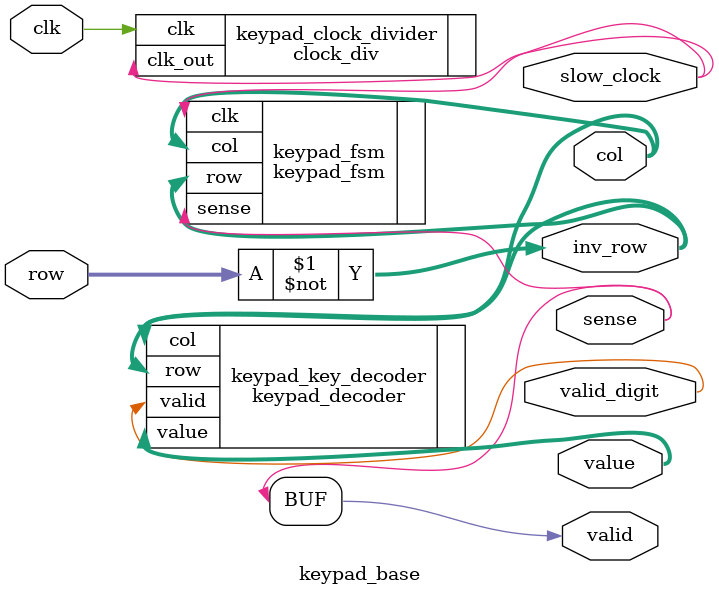
<source format=sv>
module keypad_base( // Depends: clock_div, keypad_fsm, keypad_decoder
  input clk,
  input [3:0] row,
  output [3:0] col,
  output [3:0] value,
  output valid,
  // Debug
  output slow_clock,
  output sense,
  output valid_digit,
  output [3:0] inv_row
);
  
  assign inv_row = ~row;
  clock_div #(.DIV(100000)) keypad_clock_divider(
    .clk(clk),
    .clk_out(slow_clock)
  );
  keypad_fsm keypad_fsm(
    .clk(slow_clock),
    .row(inv_row),
    .col(col),
    .sense(sense)
  );
  keypad_decoder #(.BASE(16)) keypad_key_decoder(
    .row(inv_row),
    .col(col),
    .value(value),
    .valid(valid_digit)
  );
  assign valid = sense; //valid_digit && sense;
endmodule
</source>
